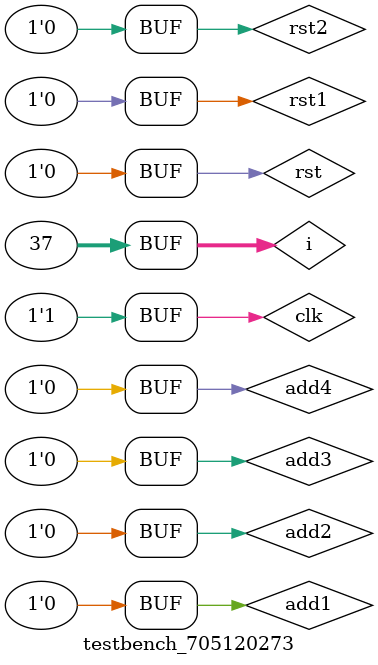
<source format=v>
`timescale 1ns / 1ps


module testbench_705120273;

	// Inputs
	reg add1;
	reg add2;
	reg add3;
	reg add4;
	reg rst1;
	reg rst2;
	reg clk;
	reg rst;

	// Outputs
//	wire [13:0] time_left;
//	wire [6:0] count_main;
//	wire [3:0] current_state;
	wire [6:0] led_seg;
//	wire [5:0] count_flash;
   wire a1;
   wire a2;
   wire a3;
   wire a4;
	wire [3:0] val1;
	wire [3:0] val2;
	wire [3:0] val3;
	wire [3:0] val4;
	integer i;

	// Instantiate the Unit Under Test (UUT)
	parking_meter uut (
		.add1(add1), 
		.add2(add2), 
		.add3(add3), 
		.add4(add4), 
		.rst1(rst1), 
		.rst2(rst2), 
		.clk(clk), 
		.rst(rst), 
//		.time_left(time_left),
//		.count_main(count_main),
//		.current_state(current_state),
		.led_seg(led_seg),
		.a1(a1),
		.a2(a2),
		.a3(a3),
		.a4(a4),
//		.count_flash(count_flash),
		.val1(val1),
		.val2(val2),
		.val3(val3),
		.val4(val4)
	);

	initial begin
		// Initialize Inputs
		add1 = 0;
		add2 = 0;
		add3 = 0;
		add4 = 0;
		rst1 = 0;
		rst2 = 0;
		clk = 0;
		rst = 0;
		
		// Set reset to high
		clk = 0;
		rst = 0;
		#5000000
		clk = 0;
		#5000000
		clk = 1;
		rst = 1;
		#5000000
		clk = 0;
		#5000000
		clk = 1;
		rst = 0;	

		for(i = 0; i < 190; i = i + 1) begin
			clk = #5000000 ~clk; 
		end
		// ===================== case for addin 60 seconds =================
		// Add 60 seconds
		#5000000
		clk = 0;
		#5000000
		clk = 1;
		add1 = 1;
		#5000000
		clk = 0;
		#5000000
		clk = 1;
		add1 = 0;
		#5000000
		clk = 0;
		
		// Want it to count to 67 seconds
		for(i = 0; i < 650; i = i + 1) begin
			clk = #5000000 ~clk; 
		end
		// ==================================================================
		
		// ==================== case for adding 120 seconds =================
		// Add 120 seconds
		clk = 0;
		#5000000
		clk = 1;
		add2 = 1;
		#5000000
		clk = 0;
		#5000000
		clk = 1;
		add2 = 0;
		#5000000
		clk = 0;
		
		// Continue counting down for few more seconds
		for(i = 0; i < 650; i = i + 1) begin
			clk = #5000000 ~clk; 
		end
		
		// ==================================================================
		// ==================== case for adding 180 seconds =================
		// Add 180 seconds
		clk = 0;
		#5000000
		clk = 1;
		add3 = 1;
		#5000000
		clk = 0;
		#5000000
		clk = 1;
		add3 = 0;
		#5000000
		clk = 0;
		
		// Continue counting down for few more seconds
		for(i = 0; i < 650; i = i + 1) begin
			clk = #5000000 ~clk; 
		end
		// ==================================================================
		// ==================== case for adding 300 seconds =================
		// Add 300 seconds
		clk = 0;
		#5000000
		clk = 1;
		add4 = 1;
		#5000000
		clk = 0;
		#5000000
		clk = 1;
		add4 = 0;
		#5000000
		clk = 0;
		
		// Continue counting down for few more seconds
		for(i = 0; i < 650; i = i + 1) begin
			clk = #5000000 ~clk; 
		end
		// ==================================================================
		
		// ===================== case for reset1 in the middle of operation ====
		clk = 0;
		#5000000
		clk = 1;
		rst1 = 1;
		#5000000
		clk = 0;
		#5000000
		clk = 1;
		rst1 = 0;
		#5000000
		clk = 0;
		
		// Continue counting down for few more seconds
		for(i = 0; i < 194; i = i + 1) begin
			clk = #5000000 ~clk; 
		end
		// ===================================================================
		
		// ===== case for adding right as time is decrementing to odd ========
		clk = 0;
		#5000000
		clk = 1;
		add1 = 1;
		#5000000
		clk = 0;
		#5000000
		clk = 1;
		add1 = 0;
		#5000000
		clk = 0;
		for(i = 0; i < 384; i = i + 1) begin
			clk = #5000000 ~clk; 
		end
		// ===================================================================
		
		// ===== case for reset2 in the middle of operation ==================
		clk = 0;
		#5000000
		clk = 1;
		rst2 = 1;
		#5000000
		clk = 0;
		#5000000
		clk = 1;
		rst2 = 0;
		#5000000
		clk = 0;
		for(i = 0; i < 500; i = i + 1) begin
			clk = #5000000 ~clk; 
		end
		// ===================================================================
		
		// ===== case for reset2 in the middle of operation ==================
		clk = 0;
		#5000000
		clk = 1;
		rst = 1;
		#5000000
		clk = 0;
		#5000000
		clk = 1;
		rst = 0;
		#5000000
		clk = 0;
		for(i = 0; i < 496; i = i + 1) begin
			clk = #5000000 ~clk; 
		end
		// ===================================================================
		// ===== case for adding until 9999 ==================================
		clk = 0;
		#5000000
		clk = 1;
		#5000000
		clk = 0;
		#5000000
		clk = 1;
		for(i = 0; i < 37; i = i + 1) begin
			#5000000
			clk = 0;
			#5000000
			clk = 1;
			add4 = 1;
			#5000000
			clk = 0;
			#5000000
			clk = 1;
			add4 = 0;
			#5000000
			clk = 0;
			#5000000
			clk = 1;
			#5000000
			clk = 0;
			#5000000
			clk = 1;
			#5000000
			clk = 0;
			#5000000
			clk = 1;
		end
	

	end

      
endmodule


</source>
